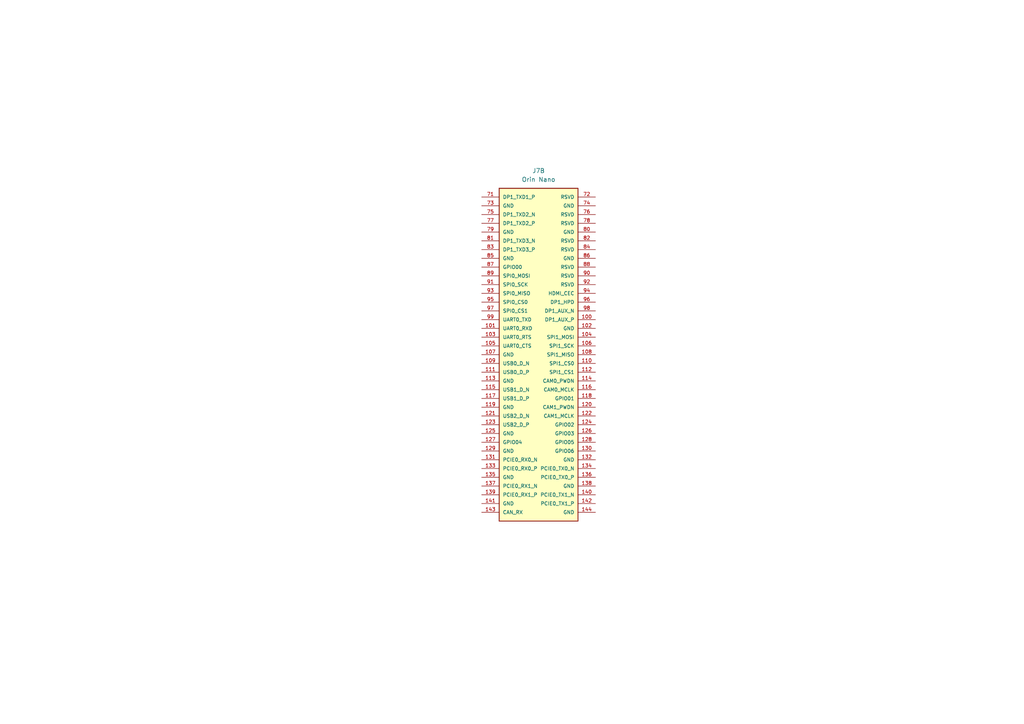
<source format=kicad_sch>
(kicad_sch (version 20231120) (generator "eeschema") (generator_version "8.0")
  (paper "A4")
  (lib_symbols
    (symbol "Fibel2:Orin Nano" (pin_names (offset 1.016))
      (property "Reference" "J" (at -22.86 48.895 0))
      (property "Value" "Orin Nano" (at -20.32 -50.8 0))
      (symbol "Orin Nano_1_0"
        (rectangle (start -11.43 48.26) (end 11.43 -48.26) (stroke (width 0.254)) (fill (type background)))
        (pin passive line (at -16.51 45.72 0) (length 5.08) (name "GND") (number "1"))
        (pin passive line (at 16.51 35.56 180) (length 5.08) (name "CSI0_CLK_N") (number "10"))
        (pin passive line (at -16.51 33.02 0) (length 5.08) (name "CSI1_CLK_P") (number "11"))
        (pin passive line (at 16.51 33.02 180) (length 5.08) (name "CSI0_CLK_P") (number "12"))
        (pin passive line (at -16.51 30.48 0) (length 5.08) (name "GND") (number "13"))
        (pin passive line (at 16.51 30.48 180) (length 5.08) (name "GND") (number "14"))
        (pin passive line (at -16.51 27.94 0) (length 5.08) (name "CSI1_D1_N") (number "15"))
        (pin passive line (at 16.51 27.94 180) (length 5.08) (name "CSI0_D1_N") (number "16"))
        (pin passive line (at -16.51 25.4 0) (length 5.08) (name "CSI1_D1_P") (number "17"))
        (pin passive line (at 16.51 25.4 180) (length 5.08) (name "CSI0_D1_P") (number "18"))
        (pin passive line (at -16.51 22.86 0) (length 5.08) (name "GND") (number "19"))
        (pin passive line (at 16.51 45.72 180) (length 5.08) (name "GND") (number "2"))
        (pin passive line (at 16.51 22.86 180) (length 5.08) (name "GND") (number "20"))
        (pin passive line (at -16.51 20.32 0) (length 5.08) (name "CSI3_D0_N") (number "21"))
        (pin passive line (at 16.51 20.32 180) (length 5.08) (name "CSI2_D0_N") (number "22"))
        (pin passive line (at -16.51 17.78 0) (length 5.08) (name "CSI3_D0_P") (number "23"))
        (pin passive line (at 16.51 17.78 180) (length 5.08) (name "CSI2_D0_P") (number "24"))
        (pin passive line (at -16.51 15.24 0) (length 5.08) (name "GND") (number "25"))
        (pin passive line (at 16.51 15.24 180) (length 5.08) (name "GND") (number "26"))
        (pin passive line (at -16.51 12.7 0) (length 5.08) (name "CSI3_CLK_N") (number "27"))
        (pin passive line (at 16.51 12.7 180) (length 5.08) (name "CSI2_CLK_N") (number "28"))
        (pin passive line (at -16.51 10.16 0) (length 5.08) (name "CSI3_CLK_P") (number "29"))
        (pin passive line (at -16.51 43.18 0) (length 5.08) (name "CSI1_D0_N") (number "3"))
        (pin passive line (at 16.51 10.16 180) (length 5.08) (name "CSI2_CLK_P") (number "30"))
        (pin passive line (at -16.51 7.62 0) (length 5.08) (name "GND") (number "31"))
        (pin passive line (at 16.51 7.62 180) (length 5.08) (name "GND") (number "32"))
        (pin passive line (at -16.51 5.08 0) (length 5.08) (name "CSI3_D1_N") (number "33"))
        (pin passive line (at 16.51 5.08 180) (length 5.08) (name "CSI2_D1_N") (number "34"))
        (pin passive line (at -16.51 2.54 0) (length 5.08) (name "CSI3_D1_P") (number "35"))
        (pin passive line (at 16.51 2.54 180) (length 5.08) (name "CSI2_D1_P") (number "36"))
        (pin passive line (at -16.51 0 0) (length 5.08) (name "GND") (number "37"))
        (pin passive line (at 16.51 0 180) (length 5.08) (name "GND") (number "38"))
        (pin passive line (at -16.51 -2.54 0) (length 5.08) (name "USBSS1_RX_N") (number "39"))
        (pin passive line (at 16.51 43.18 180) (length 5.08) (name "CSI0_D0_N") (number "4"))
        (pin passive line (at 16.51 -2.54 180) (length 5.08) (name "PCIE2_RX0_N") (number "40"))
        (pin passive line (at -16.51 -5.08 0) (length 5.08) (name "USBSS1_RX_P") (number "41"))
        (pin passive line (at 16.51 -5.08 180) (length 5.08) (name "PCIE2_RX0_P") (number "42"))
        (pin passive line (at -16.51 -7.62 0) (length 5.08) (name "GND") (number "43"))
        (pin passive line (at 16.51 -7.62 180) (length 5.08) (name "GND") (number "44"))
        (pin passive line (at -16.51 -10.16 0) (length 5.08) (name "USBSS1_TX_N") (number "45"))
        (pin passive line (at 16.51 -10.16 180) (length 5.08) (name "PCIE2_TX0_N") (number "46"))
        (pin passive line (at -16.51 -12.7 0) (length 5.08) (name "USBSS1_TX_P") (number "47"))
        (pin passive line (at 16.51 -12.7 180) (length 5.08) (name "PCIE2_TX0_P") (number "48"))
        (pin passive line (at -16.51 -15.24 0) (length 5.08) (name "GND") (number "49"))
        (pin passive line (at -16.51 40.64 0) (length 5.08) (name "CSI1_D0_P") (number "5"))
        (pin passive line (at 16.51 -15.24 180) (length 5.08) (name "GND") (number "50"))
        (pin passive line (at -16.51 -17.78 0) (length 5.08) (name "USBSS2_RX_N") (number "51"))
        (pin passive line (at 16.51 -17.78 180) (length 5.08) (name "PCIE2_CLK_N") (number "52"))
        (pin passive line (at -16.51 -20.32 0) (length 5.08) (name "USBSS2_RX_P") (number "53"))
        (pin passive line (at 16.51 -20.32 180) (length 5.08) (name "PCIE2_CLK_P") (number "54"))
        (pin passive line (at -16.51 -22.86 0) (length 5.08) (name "GND") (number "55"))
        (pin passive line (at 16.51 -22.86 180) (length 5.08) (name "GND") (number "56"))
        (pin passive line (at -16.51 -25.4 0) (length 5.08) (name "USBSS2_TX_N") (number "57"))
        (pin passive line (at 16.51 -25.4 180) (length 5.08) (name "PCIE2_RX1_N") (number "58"))
        (pin passive line (at -16.51 -27.94 0) (length 5.08) (name "USBSS2_TX_P") (number "59"))
        (pin passive line (at 16.51 40.64 180) (length 5.08) (name "CSI0_D0_P") (number "6"))
        (pin passive line (at 16.51 -27.94 180) (length 5.08) (name "PCIE2_RX1_P") (number "60"))
        (pin passive line (at -16.51 -30.48 0) (length 5.08) (name "GND") (number "61"))
        (pin passive line (at 16.51 -30.48 180) (length 5.08) (name "GND") (number "62"))
        (pin passive line (at -16.51 -33.02 0) (length 5.08) (name "DP1_TXD0_N") (number "63"))
        (pin passive line (at 16.51 -33.02 180) (length 5.08) (name "PCIE2_TX1_N") (number "64"))
        (pin passive line (at -16.51 -35.56 0) (length 5.08) (name "DP1_TXD0_P") (number "65"))
        (pin passive line (at 16.51 -35.56 180) (length 5.08) (name "PCIE2_TX1_P") (number "66"))
        (pin passive line (at -16.51 -38.1 0) (length 5.08) (name "GND") (number "67"))
        (pin passive line (at 16.51 -38.1 180) (length 5.08) (name "GND") (number "68"))
        (pin passive line (at -16.51 -40.64 0) (length 5.08) (name "DP1_TXD1_N") (number "69"))
        (pin passive line (at -16.51 38.1 0) (length 5.08) (name "GND") (number "7"))
        (pin passive line (at 16.51 -40.64 180) (length 5.08) (name "RSVD") (number "70"))
        (pin passive line (at 16.51 38.1 180) (length 5.08) (name "GND") (number "8"))
        (pin passive line (at -16.51 35.56 0) (length 5.08) (name "CSI1_CLK_N") (number "9"))
        (pin passive line (at 16.51 -45.72 180) (length 5.08) (name "SHIELD") (number "S1"))
        (pin passive line (at 16.51 -45.72 180) (length 5.08) (name "SHIELD") (number "S2"))
      )
      (symbol "Orin Nano_2_0"
        (rectangle (start -11.43 48.26) (end 11.43 -48.26) (stroke (width 0.254)) (fill (type background)))
        (pin passive line (at 16.51 10.16 180) (length 5.08) (name "DP1_AUX_P") (number "100"))
        (pin passive line (at -16.51 7.62 0) (length 5.08) (name "UART0_RXD") (number "101"))
        (pin passive line (at 16.51 7.62 180) (length 5.08) (name "GND") (number "102"))
        (pin passive line (at -16.51 5.08 0) (length 5.08) (name "UART0_RTS") (number "103"))
        (pin passive line (at 16.51 5.08 180) (length 5.08) (name "SPI1_MOSI") (number "104"))
        (pin passive line (at -16.51 2.54 0) (length 5.08) (name "UART0_CTS") (number "105"))
        (pin passive line (at 16.51 2.54 180) (length 5.08) (name "SPI1_SCK") (number "106"))
        (pin passive line (at -16.51 0 0) (length 5.08) (name "GND") (number "107"))
        (pin passive line (at 16.51 0 180) (length 5.08) (name "SPI1_MISO") (number "108"))
        (pin passive line (at -16.51 -2.54 0) (length 5.08) (name "USB0_D_N") (number "109"))
        (pin passive line (at 16.51 -2.54 180) (length 5.08) (name "SPI1_CS0") (number "110"))
        (pin passive line (at -16.51 -5.08 0) (length 5.08) (name "USB0_D_P") (number "111"))
        (pin passive line (at 16.51 -5.08 180) (length 5.08) (name "SPI1_CS1") (number "112"))
        (pin passive line (at -16.51 -7.62 0) (length 5.08) (name "GND") (number "113"))
        (pin passive line (at 16.51 -7.62 180) (length 5.08) (name "CAM0_PWDN") (number "114"))
        (pin passive line (at -16.51 -10.16 0) (length 5.08) (name "USB1_D_N") (number "115"))
        (pin passive line (at 16.51 -10.16 180) (length 5.08) (name "CAM0_MCLK") (number "116"))
        (pin passive line (at -16.51 -12.7 0) (length 5.08) (name "USB1_D_P") (number "117"))
        (pin passive line (at 16.51 -12.7 180) (length 5.08) (name "GPIO01") (number "118"))
        (pin passive line (at -16.51 -15.24 0) (length 5.08) (name "GND") (number "119"))
        (pin passive line (at 16.51 -15.24 180) (length 5.08) (name "CAM1_PWDN") (number "120"))
        (pin passive line (at -16.51 -17.78 0) (length 5.08) (name "USB2_D_N") (number "121"))
        (pin passive line (at 16.51 -17.78 180) (length 5.08) (name "CAM1_MCLK") (number "122"))
        (pin passive line (at -16.51 -20.32 0) (length 5.08) (name "USB2_D_P") (number "123"))
        (pin passive line (at 16.51 -20.32 180) (length 5.08) (name "GPIO02") (number "124"))
        (pin passive line (at -16.51 -22.86 0) (length 5.08) (name "GND") (number "125"))
        (pin passive line (at 16.51 -22.86 180) (length 5.08) (name "GPIO03") (number "126"))
        (pin passive line (at -16.51 -25.4 0) (length 5.08) (name "GPIO04") (number "127"))
        (pin passive line (at 16.51 -25.4 180) (length 5.08) (name "GPIO05") (number "128"))
        (pin passive line (at -16.51 -27.94 0) (length 5.08) (name "GND") (number "129"))
        (pin passive line (at 16.51 -27.94 180) (length 5.08) (name "GPIO06") (number "130"))
        (pin passive line (at -16.51 -30.48 0) (length 5.08) (name "PCIE0_RX0_N") (number "131"))
        (pin passive line (at 16.51 -30.48 180) (length 5.08) (name "GND") (number "132"))
        (pin passive line (at -16.51 -33.02 0) (length 5.08) (name "PCIE0_RX0_P") (number "133"))
        (pin passive line (at 16.51 -33.02 180) (length 5.08) (name "PCIE0_TX0_N") (number "134"))
        (pin passive line (at -16.51 -35.56 0) (length 5.08) (name "GND") (number "135"))
        (pin passive line (at 16.51 -35.56 180) (length 5.08) (name "PCIE0_TX0_P") (number "136"))
        (pin passive line (at -16.51 -38.1 0) (length 5.08) (name "PCIE0_RX1_N") (number "137"))
        (pin passive line (at 16.51 -38.1 180) (length 5.08) (name "GND") (number "138"))
        (pin passive line (at -16.51 -40.64 0) (length 5.08) (name "PCIE0_RX1_P") (number "139"))
        (pin passive line (at 16.51 -40.64 180) (length 5.08) (name "PCIE0_TX1_N") (number "140"))
        (pin passive line (at -16.51 -43.18 0) (length 5.08) (name "GND") (number "141"))
        (pin passive line (at 16.51 -43.18 180) (length 5.08) (name "PCIE0_TX1_P") (number "142"))
        (pin passive line (at -16.51 -45.72 0) (length 5.08) (name "CAN_RX") (number "143"))
        (pin passive line (at 16.51 -45.72 180) (length 5.08) (name "GND") (number "144"))
        (pin passive line (at -16.51 45.72 0) (length 5.08) (name "DP1_TXD1_P") (number "71"))
        (pin passive line (at 16.51 45.72 180) (length 5.08) (name "RSVD") (number "72"))
        (pin passive line (at -16.51 43.18 0) (length 5.08) (name "GND") (number "73"))
        (pin passive line (at 16.51 43.18 180) (length 5.08) (name "GND") (number "74"))
        (pin passive line (at -16.51 40.64 0) (length 5.08) (name "DP1_TXD2_N") (number "75"))
        (pin passive line (at 16.51 40.64 180) (length 5.08) (name "RSVD") (number "76"))
        (pin passive line (at -16.51 38.1 0) (length 5.08) (name "DP1_TXD2_P") (number "77"))
        (pin passive line (at 16.51 38.1 180) (length 5.08) (name "RSVD") (number "78"))
        (pin passive line (at -16.51 35.56 0) (length 5.08) (name "GND") (number "79"))
        (pin passive line (at 16.51 35.56 180) (length 5.08) (name "GND") (number "80"))
        (pin passive line (at -16.51 33.02 0) (length 5.08) (name "DP1_TXD3_N") (number "81"))
        (pin passive line (at 16.51 33.02 180) (length 5.08) (name "RSVD") (number "82"))
        (pin passive line (at -16.51 30.48 0) (length 5.08) (name "DP1_TXD3_P") (number "83"))
        (pin passive line (at 16.51 30.48 180) (length 5.08) (name "RSVD") (number "84"))
        (pin passive line (at -16.51 27.94 0) (length 5.08) (name "GND") (number "85"))
        (pin passive line (at 16.51 27.94 180) (length 5.08) (name "GND") (number "86"))
        (pin passive line (at -16.51 25.4 0) (length 5.08) (name "GPIO00") (number "87"))
        (pin passive line (at 16.51 25.4 180) (length 5.08) (name "RSVD") (number "88"))
        (pin passive line (at -16.51 22.86 0) (length 5.08) (name "SPI0_MOSI") (number "89"))
        (pin passive line (at 16.51 22.86 180) (length 5.08) (name "RSVD") (number "90"))
        (pin passive line (at -16.51 20.32 0) (length 5.08) (name "SPI0_SCK") (number "91"))
        (pin passive line (at 16.51 20.32 180) (length 5.08) (name "RSVD") (number "92"))
        (pin passive line (at -16.51 17.78 0) (length 5.08) (name "SPI0_MISO") (number "93"))
        (pin passive line (at 16.51 17.78 180) (length 5.08) (name "HDMI_CEC") (number "94"))
        (pin passive line (at -16.51 15.24 0) (length 5.08) (name "SPI0_CS0") (number "95"))
        (pin passive line (at 16.51 15.24 180) (length 5.08) (name "DP1_HPD") (number "96"))
        (pin passive line (at -16.51 12.7 0) (length 5.08) (name "SPI0_CS1") (number "97"))
        (pin passive line (at 16.51 12.7 180) (length 5.08) (name "DP1_AUX_N") (number "98"))
        (pin passive line (at -16.51 10.16 0) (length 5.08) (name "UART0_TXD") (number "99"))
      )
      (symbol "Orin Nano_3_0"
        (rectangle (start -11.43 35.56) (end 11.43 -38.1) (stroke (width 0.254)) (fill (type background)))
        (pin passive line (at -16.51 33.02 0) (length 5.08) (name "CAN_TX") (number "145"))
        (pin passive line (at 16.51 33.02 180) (length 5.08) (name "GND") (number "146"))
        (pin passive line (at -16.51 30.48 0) (length 5.08) (name "GND") (number "147"))
        (pin passive line (at 16.51 30.48 180) (length 5.08) (name "PCIE0_TX2_N") (number "148"))
        (pin passive line (at -16.51 27.94 0) (length 5.08) (name "PCIE0_RX2_N") (number "149"))
        (pin passive line (at 16.51 27.94 180) (length 5.08) (name "PCIE0_TX2_P") (number "150"))
        (pin passive line (at -16.51 25.4 0) (length 5.08) (name "PCIE0_RX2_P") (number "151"))
        (pin passive line (at 16.51 25.4 180) (length 5.08) (name "GND") (number "152"))
        (pin passive line (at -16.51 22.86 0) (length 5.08) (name "GND") (number "153"))
        (pin passive line (at 16.51 22.86 180) (length 5.08) (name "PCIE0_TX3_N") (number "154"))
        (pin passive line (at -16.51 20.32 0) (length 5.08) (name "PCIE0_RX3_N") (number "155"))
        (pin passive line (at 16.51 20.32 180) (length 5.08) (name "PCIE0_TX3_P") (number "156"))
        (pin passive line (at -16.51 17.78 0) (length 5.08) (name "PCIE0_RX3_P") (number "157"))
        (pin passive line (at 16.51 17.78 180) (length 5.08) (name "GND") (number "158"))
        (pin passive line (at -16.51 15.24 0) (length 5.08) (name "GND") (number "159"))
        (pin passive line (at 16.51 15.24 180) (length 5.08) (name "PCIE0_CLK_N") (number "160"))
        (pin passive line (at -16.51 12.7 0) (length 5.08) (name "USBSS0_RX_N") (number "161"))
        (pin passive line (at 16.51 12.7 180) (length 5.08) (name "PCIE0_CLK_P") (number "162"))
        (pin passive line (at -16.51 10.16 0) (length 5.08) (name "USBSS0_RX_N") (number "163"))
        (pin passive line (at 16.51 10.16 180) (length 5.08) (name "GND") (number "164"))
        (pin passive line (at -16.51 7.62 0) (length 5.08) (name "GND") (number "165"))
        (pin passive line (at 16.51 7.62 180) (length 5.08) (name "USBSS0_TX_N") (number "166"))
        (pin passive line (at -16.51 5.08 0) (length 5.08) (name "PCIE1_RX0_N") (number "167"))
        (pin passive line (at 16.51 5.08 180) (length 5.08) (name "USBSS0_TX_P") (number "168"))
        (pin passive line (at -16.51 2.54 0) (length 5.08) (name "PCIE1_RX0_P") (number "169"))
        (pin passive line (at 16.51 2.54 180) (length 5.08) (name "GND") (number "170"))
        (pin passive line (at -16.51 0 0) (length 5.08) (name "GND") (number "171"))
        (pin passive line (at 16.51 0 180) (length 5.08) (name "PCIE1_TX0_N") (number "172"))
        (pin passive line (at -16.51 -2.54 0) (length 5.08) (name "PCIE1_CLK_N") (number "173"))
        (pin passive line (at 16.51 -2.54 180) (length 5.08) (name "PCIE1_TX0_P") (number "174"))
        (pin passive line (at -16.51 -5.08 0) (length 5.08) (name "PCIE1_CLK_P") (number "175"))
        (pin passive line (at 16.51 -5.08 180) (length 5.08) (name "GND") (number "176"))
        (pin passive line (at -16.51 -7.62 0) (length 5.08) (name "GND") (number "177"))
        (pin passive line (at 16.51 -7.62 180) (length 5.08) (name "MOD_SLEEP") (number "178"))
        (pin passive line (at -16.51 -10.16 0) (length 5.08) (name "PCIE_WAKE") (number "179"))
        (pin passive line (at 16.51 -10.16 180) (length 5.08) (name "PCIE0_CLKREQ") (number "180"))
        (pin passive line (at -16.51 -12.7 0) (length 5.08) (name "PCIE0_RST") (number "181"))
        (pin passive line (at 16.51 -12.7 180) (length 5.08) (name "PCIE1_CLKREQ") (number "182"))
        (pin passive line (at -16.51 -15.24 0) (length 5.08) (name "PCIE1_RST") (number "183"))
        (pin passive line (at 16.51 -15.24 180) (length 5.08) (name "GBE_MDI0_N") (number "184"))
        (pin passive line (at -16.51 -17.78 0) (length 5.08) (name "I2C0_SCL") (number "185"))
        (pin passive line (at 16.51 -17.78 180) (length 5.08) (name "GBE_MDI0_P") (number "186"))
        (pin passive line (at -16.51 -20.32 0) (length 5.08) (name "I2C0_SDA") (number "187"))
        (pin passive line (at 16.51 -20.32 180) (length 5.08) (name "GBE_LED_LINK") (number "188"))
        (pin passive line (at -16.51 -22.86 0) (length 5.08) (name "I2C1_SCL") (number "189"))
        (pin passive line (at 16.51 -22.86 180) (length 5.08) (name "GBE_MDI1_N") (number "190"))
        (pin passive line (at -16.51 -25.4 0) (length 5.08) (name "I2C1_SDA") (number "191"))
        (pin passive line (at 16.51 -25.4 180) (length 5.08) (name "GBE_MDI1_P") (number "192"))
        (pin passive line (at -16.51 -27.94 0) (length 5.08) (name "I2S0_DOUT") (number "193"))
        (pin passive line (at 16.51 -27.94 180) (length 5.08) (name "GBE_LED_ACT") (number "194"))
        (pin passive line (at -16.51 -30.48 0) (length 5.08) (name "I2S0_DIN") (number "195"))
        (pin passive line (at 16.51 -30.48 180) (length 5.08) (name "GBE_MDI2_N") (number "196"))
        (pin passive line (at -16.51 -33.02 0) (length 5.08) (name "I2S0_FS") (number "197"))
        (pin passive line (at 16.51 -33.02 180) (length 5.08) (name "GBE_MDI2_P") (number "198"))
        (pin passive line (at -16.51 -35.56 0) (length 5.08) (name "I2S0_SCLK") (number "199"))
        (pin passive line (at 16.51 -35.56 180) (length 5.08) (name "GND") (number "200"))
      )
      (symbol "Orin Nano_4_0"
        (rectangle (start -11.43 38.1) (end 11.43 -40.64) (stroke (width 0.254)) (fill (type background)))
        (pin passive line (at -16.51 35.56 0) (length 5.08) (name "GND") (number "201"))
        (pin passive line (at 16.51 35.56 180) (length 5.08) (name "GBE_MDI3_N") (number "202"))
        (pin passive line (at -16.51 33.02 0) (length 5.08) (name "UART1_TXD") (number "203"))
        (pin passive line (at 16.51 33.02 180) (length 5.08) (name "GBE_MDI3_P") (number "204"))
        (pin passive line (at -16.51 30.48 0) (length 5.08) (name "UART1_RXD") (number "205"))
        (pin passive line (at 16.51 30.48 180) (length 5.08) (name "GPIO07") (number "206"))
        (pin passive line (at -16.51 27.94 0) (length 5.08) (name "UART1_RTS") (number "207"))
        (pin passive line (at 16.51 27.94 180) (length 5.08) (name "GPIO08") (number "208"))
        (pin passive line (at -16.51 25.4 0) (length 5.08) (name "UART1_CTS") (number "209"))
        (pin passive line (at 16.51 25.4 180) (length 5.08) (name "CLK_32K_OUT") (number "210"))
        (pin passive line (at -16.51 22.86 0) (length 5.08) (name "GPIO09") (number "211"))
        (pin passive line (at 16.51 22.86 180) (length 5.08) (name "GPIO10") (number "212"))
        (pin passive line (at -16.51 20.32 0) (length 5.08) (name "CAM_I2C_SCL") (number "213"))
        (pin passive line (at 16.51 20.32 180) (length 5.08) (name "FORCE_RECV") (number "214"))
        (pin passive line (at -16.51 17.78 0) (length 5.08) (name "CAM_I2C_SDA") (number "215"))
        (pin passive line (at 16.51 17.78 180) (length 5.08) (name "GPIO11") (number "216"))
        (pin passive line (at -16.51 15.24 0) (length 5.08) (name "MODULE_ID") (number "217"))
        (pin passive line (at 16.51 15.24 180) (length 5.08) (name "GPIO12") (number "218"))
        (pin passive line (at -16.51 12.7 0) (length 5.08) (name "PCIE2_RST") (number "219"))
        (pin passive line (at 16.51 12.7 180) (length 5.08) (name "I2S1_DOUT") (number "220"))
        (pin passive line (at -16.51 10.16 0) (length 5.08) (name "PCIE2_CLKREQ") (number "221"))
        (pin passive line (at 16.51 10.16 180) (length 5.08) (name "I2S1_DIN") (number "222"))
        (pin passive line (at -16.51 7.62 0) (length 5.08) (name "PCIE3_RST") (number "223"))
        (pin passive line (at 16.51 7.62 180) (length 5.08) (name "I2S1_FS") (number "224"))
        (pin passive line (at -16.51 5.08 0) (length 5.08) (name "PCIE3_CLKREQ") (number "225"))
        (pin passive line (at 16.51 5.08 180) (length 5.08) (name "I2S1_SCLK") (number "226"))
        (pin passive line (at -16.51 2.54 0) (length 5.08) (name "PCIE3_CLK_N") (number "227"))
        (pin passive line (at 16.51 2.54 180) (length 5.08) (name "GPIO13") (number "228"))
        (pin passive line (at -16.51 0 0) (length 5.08) (name "PCIE3_CLK_P") (number "229"))
        (pin passive line (at 16.51 0 180) (length 5.08) (name "GPIO14") (number "230"))
        (pin passive line (at -16.51 -2.54 0) (length 5.08) (name "GND") (number "231"))
        (pin passive line (at 16.51 -2.54 180) (length 5.08) (name "I2C2_SCL") (number "232"))
        (pin passive line (at -16.51 -5.08 0) (length 5.08) (name "SHUTDOWN_REQ") (number "233"))
        (pin passive line (at 16.51 -5.08 180) (length 5.08) (name "I2C2_SDA") (number "234"))
        (pin passive line (at -16.51 -7.62 0) (length 5.08) (name "PMIC_BBAT") (number "235"))
        (pin passive line (at 16.51 -7.62 180) (length 5.08) (name "UART2_TXD") (number "236"))
        (pin passive line (at -16.51 -10.16 0) (length 5.08) (name "POWER_EN") (number "237"))
        (pin passive line (at 16.51 -10.16 180) (length 5.08) (name "UART2_RXD") (number "238"))
        (pin passive line (at -16.51 -12.7 0) (length 5.08) (name "SYS_RESET") (number "239"))
        (pin passive line (at 16.51 -12.7 180) (length 5.08) (name "SLEEP/WAKE") (number "240"))
        (pin passive line (at -16.51 -15.24 0) (length 5.08) (name "GND") (number "241"))
        (pin passive line (at 16.51 -15.24 180) (length 5.08) (name "GND") (number "242"))
        (pin passive line (at -16.51 -17.78 0) (length 5.08) (name "GND") (number "243"))
        (pin passive line (at 16.51 -17.78 180) (length 5.08) (name "GND") (number "244"))
        (pin passive line (at -16.51 -20.32 0) (length 5.08) (name "GND") (number "245"))
        (pin passive line (at 16.51 -20.32 180) (length 5.08) (name "GND") (number "246"))
        (pin passive line (at -16.51 -22.86 0) (length 5.08) (name "GND") (number "247"))
        (pin passive line (at 16.51 -22.86 180) (length 5.08) (name "GND") (number "248"))
        (pin passive line (at -16.51 -25.4 0) (length 5.08) (name "GND") (number "249"))
        (pin passive line (at 16.51 -25.4 180) (length 5.08) (name "GND") (number "250"))
        (pin passive line (at -16.51 -27.94 0) (length 5.08) (name "VDD_IN") (number "251"))
        (pin passive line (at 16.51 -27.94 180) (length 5.08) (name "VDD_IN") (number "252"))
        (pin passive line (at -16.51 -30.48 0) (length 5.08) (name "VDD_IN") (number "253"))
        (pin passive line (at 16.51 -30.48 180) (length 5.08) (name "VDD_IN") (number "254"))
        (pin passive line (at -16.51 -33.02 0) (length 5.08) (name "VDD_IN") (number "255"))
        (pin passive line (at 16.51 -33.02 180) (length 5.08) (name "VDD_IN") (number "256"))
        (pin passive line (at -16.51 -35.56 0) (length 5.08) (name "VDD_IN") (number "257"))
        (pin passive line (at 16.51 -35.56 180) (length 5.08) (name "VDD_IN") (number "258"))
        (pin passive line (at -16.51 -38.1 0) (length 5.08) (name "VDD_IN") (number "259"))
        (pin passive line (at 16.51 -38.1 180) (length 5.08) (name "VDD_IN") (number "260"))
      )
    )
  )
  (symbol (lib_id "Fibel2:Orin Nano") (at 156.21 102.87 0) (unit 2)
    (property "Reference" "J7" (at 156.21 49.53 0))
    (property "Value" "Orin Nano" (at 156.21 52.07 0))
    (property "Footprint" "Fibel2:SODIMMx260" (effects (hide yes)))
    (property "Comment" "2309407-1" (effects (hide yes)))
    (property "MF" "TE Connectivity" (effects (hide yes)))
    (property "MP" "2309407-1" (effects (hide yes)))
  )
)
</source>
